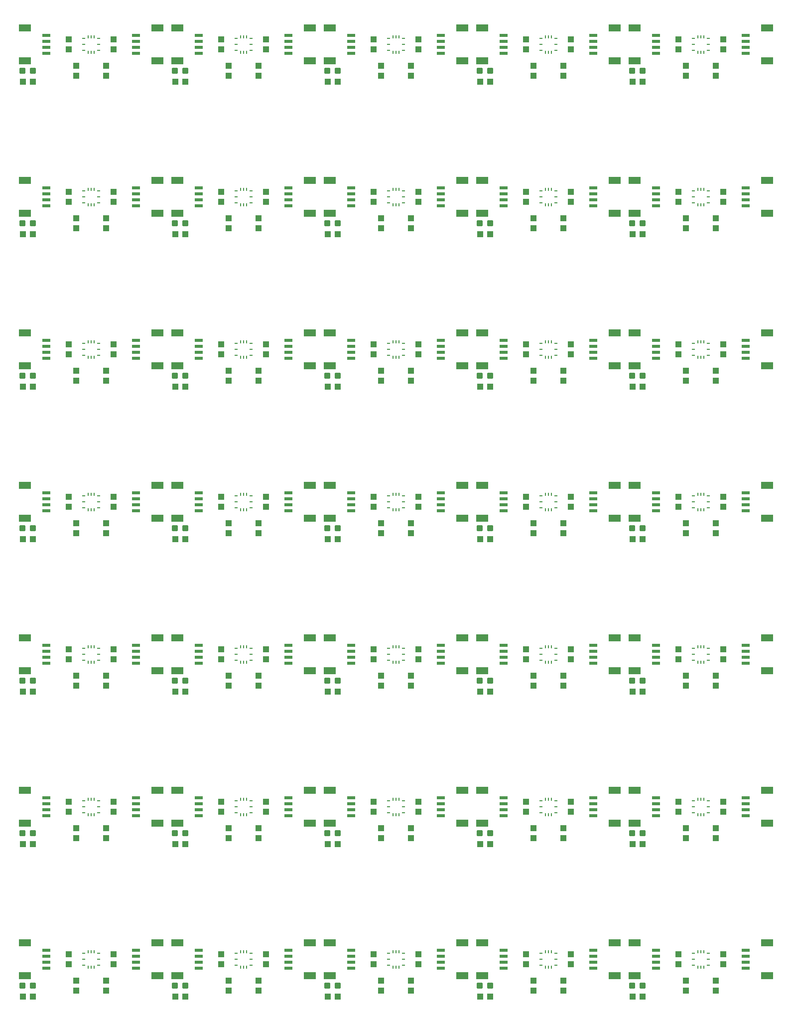
<source format=gtp>
G04 EAGLE Gerber RS-274X export*
G75*
%MOMM*%
%FSLAX34Y34*%
%LPD*%
%INSolderpaste Top*%
%IPPOS*%
%AMOC8*
5,1,8,0,0,1.08239X$1,22.5*%
G01*
%ADD10R,1.000000X1.100000*%
%ADD11C,0.300000*%
%ADD12R,2.000000X1.200000*%
%ADD13R,1.350000X0.600000*%
%ADD14R,1.100000X1.000000*%
%ADD15R,0.500000X0.250000*%
%ADD16R,0.250000X0.500000*%


D10*
X165100Y118500D03*
X165100Y135500D03*
D11*
X24320Y86050D02*
X24320Y79050D01*
X24320Y86050D02*
X31320Y86050D01*
X31320Y79050D01*
X24320Y79050D01*
X24320Y81900D02*
X31320Y81900D01*
X31320Y84750D02*
X24320Y84750D01*
X6780Y86050D02*
X6780Y79050D01*
X6780Y86050D02*
X13780Y86050D01*
X13780Y79050D01*
X6780Y79050D01*
X6780Y81900D02*
X13780Y81900D01*
X13780Y84750D02*
X6780Y84750D01*
D12*
X239950Y99000D03*
X239950Y155000D03*
D13*
X203200Y112000D03*
X203200Y122000D03*
X203200Y132000D03*
X203200Y142000D03*
D12*
X14050Y155000D03*
X14050Y99000D03*
D13*
X50800Y142000D03*
X50800Y132000D03*
X50800Y122000D03*
X50800Y112000D03*
D10*
X152400Y91050D03*
X152400Y74050D03*
X101600Y91050D03*
X101600Y74050D03*
X88900Y118500D03*
X88900Y135500D03*
D14*
X10550Y63500D03*
X27550Y63500D03*
D15*
X114000Y127000D03*
X140000Y127000D03*
D16*
X122000Y114000D03*
X127000Y114000D03*
X132000Y114000D03*
D15*
X140000Y117000D03*
X140000Y137000D03*
D16*
X132000Y140000D03*
X127000Y140000D03*
X122000Y140000D03*
D15*
X114000Y137000D03*
X114000Y117000D03*
D10*
X424180Y118500D03*
X424180Y135500D03*
D11*
X283400Y86050D02*
X283400Y79050D01*
X283400Y86050D02*
X290400Y86050D01*
X290400Y79050D01*
X283400Y79050D01*
X283400Y81900D02*
X290400Y81900D01*
X290400Y84750D02*
X283400Y84750D01*
X265860Y86050D02*
X265860Y79050D01*
X265860Y86050D02*
X272860Y86050D01*
X272860Y79050D01*
X265860Y79050D01*
X265860Y81900D02*
X272860Y81900D01*
X272860Y84750D02*
X265860Y84750D01*
D12*
X499030Y99000D03*
X499030Y155000D03*
D13*
X462280Y112000D03*
X462280Y122000D03*
X462280Y132000D03*
X462280Y142000D03*
D12*
X273130Y155000D03*
X273130Y99000D03*
D13*
X309880Y142000D03*
X309880Y132000D03*
X309880Y122000D03*
X309880Y112000D03*
D10*
X411480Y91050D03*
X411480Y74050D03*
X360680Y91050D03*
X360680Y74050D03*
X347980Y118500D03*
X347980Y135500D03*
D14*
X269630Y63500D03*
X286630Y63500D03*
D15*
X373080Y127000D03*
X399080Y127000D03*
D16*
X381080Y114000D03*
X386080Y114000D03*
X391080Y114000D03*
D15*
X399080Y117000D03*
X399080Y137000D03*
D16*
X391080Y140000D03*
X386080Y140000D03*
X381080Y140000D03*
D15*
X373080Y137000D03*
X373080Y117000D03*
D10*
X683260Y118500D03*
X683260Y135500D03*
D11*
X542480Y86050D02*
X542480Y79050D01*
X542480Y86050D02*
X549480Y86050D01*
X549480Y79050D01*
X542480Y79050D01*
X542480Y81900D02*
X549480Y81900D01*
X549480Y84750D02*
X542480Y84750D01*
X524940Y86050D02*
X524940Y79050D01*
X524940Y86050D02*
X531940Y86050D01*
X531940Y79050D01*
X524940Y79050D01*
X524940Y81900D02*
X531940Y81900D01*
X531940Y84750D02*
X524940Y84750D01*
D12*
X758110Y99000D03*
X758110Y155000D03*
D13*
X721360Y112000D03*
X721360Y122000D03*
X721360Y132000D03*
X721360Y142000D03*
D12*
X532210Y155000D03*
X532210Y99000D03*
D13*
X568960Y142000D03*
X568960Y132000D03*
X568960Y122000D03*
X568960Y112000D03*
D10*
X670560Y91050D03*
X670560Y74050D03*
X619760Y91050D03*
X619760Y74050D03*
X607060Y118500D03*
X607060Y135500D03*
D14*
X528710Y63500D03*
X545710Y63500D03*
D15*
X632160Y127000D03*
X658160Y127000D03*
D16*
X640160Y114000D03*
X645160Y114000D03*
X650160Y114000D03*
D15*
X658160Y117000D03*
X658160Y137000D03*
D16*
X650160Y140000D03*
X645160Y140000D03*
X640160Y140000D03*
D15*
X632160Y137000D03*
X632160Y117000D03*
D10*
X942340Y118500D03*
X942340Y135500D03*
D11*
X801560Y86050D02*
X801560Y79050D01*
X801560Y86050D02*
X808560Y86050D01*
X808560Y79050D01*
X801560Y79050D01*
X801560Y81900D02*
X808560Y81900D01*
X808560Y84750D02*
X801560Y84750D01*
X784020Y86050D02*
X784020Y79050D01*
X784020Y86050D02*
X791020Y86050D01*
X791020Y79050D01*
X784020Y79050D01*
X784020Y81900D02*
X791020Y81900D01*
X791020Y84750D02*
X784020Y84750D01*
D12*
X1017190Y99000D03*
X1017190Y155000D03*
D13*
X980440Y112000D03*
X980440Y122000D03*
X980440Y132000D03*
X980440Y142000D03*
D12*
X791290Y155000D03*
X791290Y99000D03*
D13*
X828040Y142000D03*
X828040Y132000D03*
X828040Y122000D03*
X828040Y112000D03*
D10*
X929640Y91050D03*
X929640Y74050D03*
X878840Y91050D03*
X878840Y74050D03*
X866140Y118500D03*
X866140Y135500D03*
D14*
X787790Y63500D03*
X804790Y63500D03*
D15*
X891240Y127000D03*
X917240Y127000D03*
D16*
X899240Y114000D03*
X904240Y114000D03*
X909240Y114000D03*
D15*
X917240Y117000D03*
X917240Y137000D03*
D16*
X909240Y140000D03*
X904240Y140000D03*
X899240Y140000D03*
D15*
X891240Y137000D03*
X891240Y117000D03*
D10*
X1201420Y118500D03*
X1201420Y135500D03*
D11*
X1060640Y86050D02*
X1060640Y79050D01*
X1060640Y86050D02*
X1067640Y86050D01*
X1067640Y79050D01*
X1060640Y79050D01*
X1060640Y81900D02*
X1067640Y81900D01*
X1067640Y84750D02*
X1060640Y84750D01*
X1043100Y86050D02*
X1043100Y79050D01*
X1043100Y86050D02*
X1050100Y86050D01*
X1050100Y79050D01*
X1043100Y79050D01*
X1043100Y81900D02*
X1050100Y81900D01*
X1050100Y84750D02*
X1043100Y84750D01*
D12*
X1276270Y99000D03*
X1276270Y155000D03*
D13*
X1239520Y112000D03*
X1239520Y122000D03*
X1239520Y132000D03*
X1239520Y142000D03*
D12*
X1050370Y155000D03*
X1050370Y99000D03*
D13*
X1087120Y142000D03*
X1087120Y132000D03*
X1087120Y122000D03*
X1087120Y112000D03*
D10*
X1188720Y91050D03*
X1188720Y74050D03*
X1137920Y91050D03*
X1137920Y74050D03*
X1125220Y118500D03*
X1125220Y135500D03*
D14*
X1046870Y63500D03*
X1063870Y63500D03*
D15*
X1150320Y127000D03*
X1176320Y127000D03*
D16*
X1158320Y114000D03*
X1163320Y114000D03*
X1168320Y114000D03*
D15*
X1176320Y117000D03*
X1176320Y137000D03*
D16*
X1168320Y140000D03*
X1163320Y140000D03*
X1158320Y140000D03*
D15*
X1150320Y137000D03*
X1150320Y117000D03*
D10*
X165100Y377580D03*
X165100Y394580D03*
D11*
X24320Y345130D02*
X24320Y338130D01*
X24320Y345130D02*
X31320Y345130D01*
X31320Y338130D01*
X24320Y338130D01*
X24320Y340980D02*
X31320Y340980D01*
X31320Y343830D02*
X24320Y343830D01*
X6780Y345130D02*
X6780Y338130D01*
X6780Y345130D02*
X13780Y345130D01*
X13780Y338130D01*
X6780Y338130D01*
X6780Y340980D02*
X13780Y340980D01*
X13780Y343830D02*
X6780Y343830D01*
D12*
X239950Y358080D03*
X239950Y414080D03*
D13*
X203200Y371080D03*
X203200Y381080D03*
X203200Y391080D03*
X203200Y401080D03*
D12*
X14050Y414080D03*
X14050Y358080D03*
D13*
X50800Y401080D03*
X50800Y391080D03*
X50800Y381080D03*
X50800Y371080D03*
D10*
X152400Y350130D03*
X152400Y333130D03*
X101600Y350130D03*
X101600Y333130D03*
X88900Y377580D03*
X88900Y394580D03*
D14*
X10550Y322580D03*
X27550Y322580D03*
D15*
X114000Y386080D03*
X140000Y386080D03*
D16*
X122000Y373080D03*
X127000Y373080D03*
X132000Y373080D03*
D15*
X140000Y376080D03*
X140000Y396080D03*
D16*
X132000Y399080D03*
X127000Y399080D03*
X122000Y399080D03*
D15*
X114000Y396080D03*
X114000Y376080D03*
D10*
X424180Y377580D03*
X424180Y394580D03*
D11*
X283400Y345130D02*
X283400Y338130D01*
X283400Y345130D02*
X290400Y345130D01*
X290400Y338130D01*
X283400Y338130D01*
X283400Y340980D02*
X290400Y340980D01*
X290400Y343830D02*
X283400Y343830D01*
X265860Y345130D02*
X265860Y338130D01*
X265860Y345130D02*
X272860Y345130D01*
X272860Y338130D01*
X265860Y338130D01*
X265860Y340980D02*
X272860Y340980D01*
X272860Y343830D02*
X265860Y343830D01*
D12*
X499030Y358080D03*
X499030Y414080D03*
D13*
X462280Y371080D03*
X462280Y381080D03*
X462280Y391080D03*
X462280Y401080D03*
D12*
X273130Y414080D03*
X273130Y358080D03*
D13*
X309880Y401080D03*
X309880Y391080D03*
X309880Y381080D03*
X309880Y371080D03*
D10*
X411480Y350130D03*
X411480Y333130D03*
X360680Y350130D03*
X360680Y333130D03*
X347980Y377580D03*
X347980Y394580D03*
D14*
X269630Y322580D03*
X286630Y322580D03*
D15*
X373080Y386080D03*
X399080Y386080D03*
D16*
X381080Y373080D03*
X386080Y373080D03*
X391080Y373080D03*
D15*
X399080Y376080D03*
X399080Y396080D03*
D16*
X391080Y399080D03*
X386080Y399080D03*
X381080Y399080D03*
D15*
X373080Y396080D03*
X373080Y376080D03*
D10*
X683260Y377580D03*
X683260Y394580D03*
D11*
X542480Y345130D02*
X542480Y338130D01*
X542480Y345130D02*
X549480Y345130D01*
X549480Y338130D01*
X542480Y338130D01*
X542480Y340980D02*
X549480Y340980D01*
X549480Y343830D02*
X542480Y343830D01*
X524940Y345130D02*
X524940Y338130D01*
X524940Y345130D02*
X531940Y345130D01*
X531940Y338130D01*
X524940Y338130D01*
X524940Y340980D02*
X531940Y340980D01*
X531940Y343830D02*
X524940Y343830D01*
D12*
X758110Y358080D03*
X758110Y414080D03*
D13*
X721360Y371080D03*
X721360Y381080D03*
X721360Y391080D03*
X721360Y401080D03*
D12*
X532210Y414080D03*
X532210Y358080D03*
D13*
X568960Y401080D03*
X568960Y391080D03*
X568960Y381080D03*
X568960Y371080D03*
D10*
X670560Y350130D03*
X670560Y333130D03*
X619760Y350130D03*
X619760Y333130D03*
X607060Y377580D03*
X607060Y394580D03*
D14*
X528710Y322580D03*
X545710Y322580D03*
D15*
X632160Y386080D03*
X658160Y386080D03*
D16*
X640160Y373080D03*
X645160Y373080D03*
X650160Y373080D03*
D15*
X658160Y376080D03*
X658160Y396080D03*
D16*
X650160Y399080D03*
X645160Y399080D03*
X640160Y399080D03*
D15*
X632160Y396080D03*
X632160Y376080D03*
D10*
X942340Y377580D03*
X942340Y394580D03*
D11*
X801560Y345130D02*
X801560Y338130D01*
X801560Y345130D02*
X808560Y345130D01*
X808560Y338130D01*
X801560Y338130D01*
X801560Y340980D02*
X808560Y340980D01*
X808560Y343830D02*
X801560Y343830D01*
X784020Y345130D02*
X784020Y338130D01*
X784020Y345130D02*
X791020Y345130D01*
X791020Y338130D01*
X784020Y338130D01*
X784020Y340980D02*
X791020Y340980D01*
X791020Y343830D02*
X784020Y343830D01*
D12*
X1017190Y358080D03*
X1017190Y414080D03*
D13*
X980440Y371080D03*
X980440Y381080D03*
X980440Y391080D03*
X980440Y401080D03*
D12*
X791290Y414080D03*
X791290Y358080D03*
D13*
X828040Y401080D03*
X828040Y391080D03*
X828040Y381080D03*
X828040Y371080D03*
D10*
X929640Y350130D03*
X929640Y333130D03*
X878840Y350130D03*
X878840Y333130D03*
X866140Y377580D03*
X866140Y394580D03*
D14*
X787790Y322580D03*
X804790Y322580D03*
D15*
X891240Y386080D03*
X917240Y386080D03*
D16*
X899240Y373080D03*
X904240Y373080D03*
X909240Y373080D03*
D15*
X917240Y376080D03*
X917240Y396080D03*
D16*
X909240Y399080D03*
X904240Y399080D03*
X899240Y399080D03*
D15*
X891240Y396080D03*
X891240Y376080D03*
D10*
X1201420Y377580D03*
X1201420Y394580D03*
D11*
X1060640Y345130D02*
X1060640Y338130D01*
X1060640Y345130D02*
X1067640Y345130D01*
X1067640Y338130D01*
X1060640Y338130D01*
X1060640Y340980D02*
X1067640Y340980D01*
X1067640Y343830D02*
X1060640Y343830D01*
X1043100Y345130D02*
X1043100Y338130D01*
X1043100Y345130D02*
X1050100Y345130D01*
X1050100Y338130D01*
X1043100Y338130D01*
X1043100Y340980D02*
X1050100Y340980D01*
X1050100Y343830D02*
X1043100Y343830D01*
D12*
X1276270Y358080D03*
X1276270Y414080D03*
D13*
X1239520Y371080D03*
X1239520Y381080D03*
X1239520Y391080D03*
X1239520Y401080D03*
D12*
X1050370Y414080D03*
X1050370Y358080D03*
D13*
X1087120Y401080D03*
X1087120Y391080D03*
X1087120Y381080D03*
X1087120Y371080D03*
D10*
X1188720Y350130D03*
X1188720Y333130D03*
X1137920Y350130D03*
X1137920Y333130D03*
X1125220Y377580D03*
X1125220Y394580D03*
D14*
X1046870Y322580D03*
X1063870Y322580D03*
D15*
X1150320Y386080D03*
X1176320Y386080D03*
D16*
X1158320Y373080D03*
X1163320Y373080D03*
X1168320Y373080D03*
D15*
X1176320Y376080D03*
X1176320Y396080D03*
D16*
X1168320Y399080D03*
X1163320Y399080D03*
X1158320Y399080D03*
D15*
X1150320Y396080D03*
X1150320Y376080D03*
D10*
X165100Y636660D03*
X165100Y653660D03*
D11*
X24320Y604210D02*
X24320Y597210D01*
X24320Y604210D02*
X31320Y604210D01*
X31320Y597210D01*
X24320Y597210D01*
X24320Y600060D02*
X31320Y600060D01*
X31320Y602910D02*
X24320Y602910D01*
X6780Y604210D02*
X6780Y597210D01*
X6780Y604210D02*
X13780Y604210D01*
X13780Y597210D01*
X6780Y597210D01*
X6780Y600060D02*
X13780Y600060D01*
X13780Y602910D02*
X6780Y602910D01*
D12*
X239950Y617160D03*
X239950Y673160D03*
D13*
X203200Y630160D03*
X203200Y640160D03*
X203200Y650160D03*
X203200Y660160D03*
D12*
X14050Y673160D03*
X14050Y617160D03*
D13*
X50800Y660160D03*
X50800Y650160D03*
X50800Y640160D03*
X50800Y630160D03*
D10*
X152400Y609210D03*
X152400Y592210D03*
X101600Y609210D03*
X101600Y592210D03*
X88900Y636660D03*
X88900Y653660D03*
D14*
X10550Y581660D03*
X27550Y581660D03*
D15*
X114000Y645160D03*
X140000Y645160D03*
D16*
X122000Y632160D03*
X127000Y632160D03*
X132000Y632160D03*
D15*
X140000Y635160D03*
X140000Y655160D03*
D16*
X132000Y658160D03*
X127000Y658160D03*
X122000Y658160D03*
D15*
X114000Y655160D03*
X114000Y635160D03*
D10*
X424180Y636660D03*
X424180Y653660D03*
D11*
X283400Y604210D02*
X283400Y597210D01*
X283400Y604210D02*
X290400Y604210D01*
X290400Y597210D01*
X283400Y597210D01*
X283400Y600060D02*
X290400Y600060D01*
X290400Y602910D02*
X283400Y602910D01*
X265860Y604210D02*
X265860Y597210D01*
X265860Y604210D02*
X272860Y604210D01*
X272860Y597210D01*
X265860Y597210D01*
X265860Y600060D02*
X272860Y600060D01*
X272860Y602910D02*
X265860Y602910D01*
D12*
X499030Y617160D03*
X499030Y673160D03*
D13*
X462280Y630160D03*
X462280Y640160D03*
X462280Y650160D03*
X462280Y660160D03*
D12*
X273130Y673160D03*
X273130Y617160D03*
D13*
X309880Y660160D03*
X309880Y650160D03*
X309880Y640160D03*
X309880Y630160D03*
D10*
X411480Y609210D03*
X411480Y592210D03*
X360680Y609210D03*
X360680Y592210D03*
X347980Y636660D03*
X347980Y653660D03*
D14*
X269630Y581660D03*
X286630Y581660D03*
D15*
X373080Y645160D03*
X399080Y645160D03*
D16*
X381080Y632160D03*
X386080Y632160D03*
X391080Y632160D03*
D15*
X399080Y635160D03*
X399080Y655160D03*
D16*
X391080Y658160D03*
X386080Y658160D03*
X381080Y658160D03*
D15*
X373080Y655160D03*
X373080Y635160D03*
D10*
X683260Y636660D03*
X683260Y653660D03*
D11*
X542480Y604210D02*
X542480Y597210D01*
X542480Y604210D02*
X549480Y604210D01*
X549480Y597210D01*
X542480Y597210D01*
X542480Y600060D02*
X549480Y600060D01*
X549480Y602910D02*
X542480Y602910D01*
X524940Y604210D02*
X524940Y597210D01*
X524940Y604210D02*
X531940Y604210D01*
X531940Y597210D01*
X524940Y597210D01*
X524940Y600060D02*
X531940Y600060D01*
X531940Y602910D02*
X524940Y602910D01*
D12*
X758110Y617160D03*
X758110Y673160D03*
D13*
X721360Y630160D03*
X721360Y640160D03*
X721360Y650160D03*
X721360Y660160D03*
D12*
X532210Y673160D03*
X532210Y617160D03*
D13*
X568960Y660160D03*
X568960Y650160D03*
X568960Y640160D03*
X568960Y630160D03*
D10*
X670560Y609210D03*
X670560Y592210D03*
X619760Y609210D03*
X619760Y592210D03*
X607060Y636660D03*
X607060Y653660D03*
D14*
X528710Y581660D03*
X545710Y581660D03*
D15*
X632160Y645160D03*
X658160Y645160D03*
D16*
X640160Y632160D03*
X645160Y632160D03*
X650160Y632160D03*
D15*
X658160Y635160D03*
X658160Y655160D03*
D16*
X650160Y658160D03*
X645160Y658160D03*
X640160Y658160D03*
D15*
X632160Y655160D03*
X632160Y635160D03*
D10*
X942340Y636660D03*
X942340Y653660D03*
D11*
X801560Y604210D02*
X801560Y597210D01*
X801560Y604210D02*
X808560Y604210D01*
X808560Y597210D01*
X801560Y597210D01*
X801560Y600060D02*
X808560Y600060D01*
X808560Y602910D02*
X801560Y602910D01*
X784020Y604210D02*
X784020Y597210D01*
X784020Y604210D02*
X791020Y604210D01*
X791020Y597210D01*
X784020Y597210D01*
X784020Y600060D02*
X791020Y600060D01*
X791020Y602910D02*
X784020Y602910D01*
D12*
X1017190Y617160D03*
X1017190Y673160D03*
D13*
X980440Y630160D03*
X980440Y640160D03*
X980440Y650160D03*
X980440Y660160D03*
D12*
X791290Y673160D03*
X791290Y617160D03*
D13*
X828040Y660160D03*
X828040Y650160D03*
X828040Y640160D03*
X828040Y630160D03*
D10*
X929640Y609210D03*
X929640Y592210D03*
X878840Y609210D03*
X878840Y592210D03*
X866140Y636660D03*
X866140Y653660D03*
D14*
X787790Y581660D03*
X804790Y581660D03*
D15*
X891240Y645160D03*
X917240Y645160D03*
D16*
X899240Y632160D03*
X904240Y632160D03*
X909240Y632160D03*
D15*
X917240Y635160D03*
X917240Y655160D03*
D16*
X909240Y658160D03*
X904240Y658160D03*
X899240Y658160D03*
D15*
X891240Y655160D03*
X891240Y635160D03*
D10*
X1201420Y636660D03*
X1201420Y653660D03*
D11*
X1060640Y604210D02*
X1060640Y597210D01*
X1060640Y604210D02*
X1067640Y604210D01*
X1067640Y597210D01*
X1060640Y597210D01*
X1060640Y600060D02*
X1067640Y600060D01*
X1067640Y602910D02*
X1060640Y602910D01*
X1043100Y604210D02*
X1043100Y597210D01*
X1043100Y604210D02*
X1050100Y604210D01*
X1050100Y597210D01*
X1043100Y597210D01*
X1043100Y600060D02*
X1050100Y600060D01*
X1050100Y602910D02*
X1043100Y602910D01*
D12*
X1276270Y617160D03*
X1276270Y673160D03*
D13*
X1239520Y630160D03*
X1239520Y640160D03*
X1239520Y650160D03*
X1239520Y660160D03*
D12*
X1050370Y673160D03*
X1050370Y617160D03*
D13*
X1087120Y660160D03*
X1087120Y650160D03*
X1087120Y640160D03*
X1087120Y630160D03*
D10*
X1188720Y609210D03*
X1188720Y592210D03*
X1137920Y609210D03*
X1137920Y592210D03*
X1125220Y636660D03*
X1125220Y653660D03*
D14*
X1046870Y581660D03*
X1063870Y581660D03*
D15*
X1150320Y645160D03*
X1176320Y645160D03*
D16*
X1158320Y632160D03*
X1163320Y632160D03*
X1168320Y632160D03*
D15*
X1176320Y635160D03*
X1176320Y655160D03*
D16*
X1168320Y658160D03*
X1163320Y658160D03*
X1158320Y658160D03*
D15*
X1150320Y655160D03*
X1150320Y635160D03*
D10*
X165100Y895740D03*
X165100Y912740D03*
D11*
X24320Y863290D02*
X24320Y856290D01*
X24320Y863290D02*
X31320Y863290D01*
X31320Y856290D01*
X24320Y856290D01*
X24320Y859140D02*
X31320Y859140D01*
X31320Y861990D02*
X24320Y861990D01*
X6780Y863290D02*
X6780Y856290D01*
X6780Y863290D02*
X13780Y863290D01*
X13780Y856290D01*
X6780Y856290D01*
X6780Y859140D02*
X13780Y859140D01*
X13780Y861990D02*
X6780Y861990D01*
D12*
X239950Y876240D03*
X239950Y932240D03*
D13*
X203200Y889240D03*
X203200Y899240D03*
X203200Y909240D03*
X203200Y919240D03*
D12*
X14050Y932240D03*
X14050Y876240D03*
D13*
X50800Y919240D03*
X50800Y909240D03*
X50800Y899240D03*
X50800Y889240D03*
D10*
X152400Y868290D03*
X152400Y851290D03*
X101600Y868290D03*
X101600Y851290D03*
X88900Y895740D03*
X88900Y912740D03*
D14*
X10550Y840740D03*
X27550Y840740D03*
D15*
X114000Y904240D03*
X140000Y904240D03*
D16*
X122000Y891240D03*
X127000Y891240D03*
X132000Y891240D03*
D15*
X140000Y894240D03*
X140000Y914240D03*
D16*
X132000Y917240D03*
X127000Y917240D03*
X122000Y917240D03*
D15*
X114000Y914240D03*
X114000Y894240D03*
D10*
X424180Y895740D03*
X424180Y912740D03*
D11*
X283400Y863290D02*
X283400Y856290D01*
X283400Y863290D02*
X290400Y863290D01*
X290400Y856290D01*
X283400Y856290D01*
X283400Y859140D02*
X290400Y859140D01*
X290400Y861990D02*
X283400Y861990D01*
X265860Y863290D02*
X265860Y856290D01*
X265860Y863290D02*
X272860Y863290D01*
X272860Y856290D01*
X265860Y856290D01*
X265860Y859140D02*
X272860Y859140D01*
X272860Y861990D02*
X265860Y861990D01*
D12*
X499030Y876240D03*
X499030Y932240D03*
D13*
X462280Y889240D03*
X462280Y899240D03*
X462280Y909240D03*
X462280Y919240D03*
D12*
X273130Y932240D03*
X273130Y876240D03*
D13*
X309880Y919240D03*
X309880Y909240D03*
X309880Y899240D03*
X309880Y889240D03*
D10*
X411480Y868290D03*
X411480Y851290D03*
X360680Y868290D03*
X360680Y851290D03*
X347980Y895740D03*
X347980Y912740D03*
D14*
X269630Y840740D03*
X286630Y840740D03*
D15*
X373080Y904240D03*
X399080Y904240D03*
D16*
X381080Y891240D03*
X386080Y891240D03*
X391080Y891240D03*
D15*
X399080Y894240D03*
X399080Y914240D03*
D16*
X391080Y917240D03*
X386080Y917240D03*
X381080Y917240D03*
D15*
X373080Y914240D03*
X373080Y894240D03*
D10*
X683260Y895740D03*
X683260Y912740D03*
D11*
X542480Y863290D02*
X542480Y856290D01*
X542480Y863290D02*
X549480Y863290D01*
X549480Y856290D01*
X542480Y856290D01*
X542480Y859140D02*
X549480Y859140D01*
X549480Y861990D02*
X542480Y861990D01*
X524940Y863290D02*
X524940Y856290D01*
X524940Y863290D02*
X531940Y863290D01*
X531940Y856290D01*
X524940Y856290D01*
X524940Y859140D02*
X531940Y859140D01*
X531940Y861990D02*
X524940Y861990D01*
D12*
X758110Y876240D03*
X758110Y932240D03*
D13*
X721360Y889240D03*
X721360Y899240D03*
X721360Y909240D03*
X721360Y919240D03*
D12*
X532210Y932240D03*
X532210Y876240D03*
D13*
X568960Y919240D03*
X568960Y909240D03*
X568960Y899240D03*
X568960Y889240D03*
D10*
X670560Y868290D03*
X670560Y851290D03*
X619760Y868290D03*
X619760Y851290D03*
X607060Y895740D03*
X607060Y912740D03*
D14*
X528710Y840740D03*
X545710Y840740D03*
D15*
X632160Y904240D03*
X658160Y904240D03*
D16*
X640160Y891240D03*
X645160Y891240D03*
X650160Y891240D03*
D15*
X658160Y894240D03*
X658160Y914240D03*
D16*
X650160Y917240D03*
X645160Y917240D03*
X640160Y917240D03*
D15*
X632160Y914240D03*
X632160Y894240D03*
D10*
X942340Y895740D03*
X942340Y912740D03*
D11*
X801560Y863290D02*
X801560Y856290D01*
X801560Y863290D02*
X808560Y863290D01*
X808560Y856290D01*
X801560Y856290D01*
X801560Y859140D02*
X808560Y859140D01*
X808560Y861990D02*
X801560Y861990D01*
X784020Y863290D02*
X784020Y856290D01*
X784020Y863290D02*
X791020Y863290D01*
X791020Y856290D01*
X784020Y856290D01*
X784020Y859140D02*
X791020Y859140D01*
X791020Y861990D02*
X784020Y861990D01*
D12*
X1017190Y876240D03*
X1017190Y932240D03*
D13*
X980440Y889240D03*
X980440Y899240D03*
X980440Y909240D03*
X980440Y919240D03*
D12*
X791290Y932240D03*
X791290Y876240D03*
D13*
X828040Y919240D03*
X828040Y909240D03*
X828040Y899240D03*
X828040Y889240D03*
D10*
X929640Y868290D03*
X929640Y851290D03*
X878840Y868290D03*
X878840Y851290D03*
X866140Y895740D03*
X866140Y912740D03*
D14*
X787790Y840740D03*
X804790Y840740D03*
D15*
X891240Y904240D03*
X917240Y904240D03*
D16*
X899240Y891240D03*
X904240Y891240D03*
X909240Y891240D03*
D15*
X917240Y894240D03*
X917240Y914240D03*
D16*
X909240Y917240D03*
X904240Y917240D03*
X899240Y917240D03*
D15*
X891240Y914240D03*
X891240Y894240D03*
D10*
X1201420Y895740D03*
X1201420Y912740D03*
D11*
X1060640Y863290D02*
X1060640Y856290D01*
X1060640Y863290D02*
X1067640Y863290D01*
X1067640Y856290D01*
X1060640Y856290D01*
X1060640Y859140D02*
X1067640Y859140D01*
X1067640Y861990D02*
X1060640Y861990D01*
X1043100Y863290D02*
X1043100Y856290D01*
X1043100Y863290D02*
X1050100Y863290D01*
X1050100Y856290D01*
X1043100Y856290D01*
X1043100Y859140D02*
X1050100Y859140D01*
X1050100Y861990D02*
X1043100Y861990D01*
D12*
X1276270Y876240D03*
X1276270Y932240D03*
D13*
X1239520Y889240D03*
X1239520Y899240D03*
X1239520Y909240D03*
X1239520Y919240D03*
D12*
X1050370Y932240D03*
X1050370Y876240D03*
D13*
X1087120Y919240D03*
X1087120Y909240D03*
X1087120Y899240D03*
X1087120Y889240D03*
D10*
X1188720Y868290D03*
X1188720Y851290D03*
X1137920Y868290D03*
X1137920Y851290D03*
X1125220Y895740D03*
X1125220Y912740D03*
D14*
X1046870Y840740D03*
X1063870Y840740D03*
D15*
X1150320Y904240D03*
X1176320Y904240D03*
D16*
X1158320Y891240D03*
X1163320Y891240D03*
X1168320Y891240D03*
D15*
X1176320Y894240D03*
X1176320Y914240D03*
D16*
X1168320Y917240D03*
X1163320Y917240D03*
X1158320Y917240D03*
D15*
X1150320Y914240D03*
X1150320Y894240D03*
D10*
X165100Y1154820D03*
X165100Y1171820D03*
D11*
X24320Y1122370D02*
X24320Y1115370D01*
X24320Y1122370D02*
X31320Y1122370D01*
X31320Y1115370D01*
X24320Y1115370D01*
X24320Y1118220D02*
X31320Y1118220D01*
X31320Y1121070D02*
X24320Y1121070D01*
X6780Y1122370D02*
X6780Y1115370D01*
X6780Y1122370D02*
X13780Y1122370D01*
X13780Y1115370D01*
X6780Y1115370D01*
X6780Y1118220D02*
X13780Y1118220D01*
X13780Y1121070D02*
X6780Y1121070D01*
D12*
X239950Y1135320D03*
X239950Y1191320D03*
D13*
X203200Y1148320D03*
X203200Y1158320D03*
X203200Y1168320D03*
X203200Y1178320D03*
D12*
X14050Y1191320D03*
X14050Y1135320D03*
D13*
X50800Y1178320D03*
X50800Y1168320D03*
X50800Y1158320D03*
X50800Y1148320D03*
D10*
X152400Y1127370D03*
X152400Y1110370D03*
X101600Y1127370D03*
X101600Y1110370D03*
X88900Y1154820D03*
X88900Y1171820D03*
D14*
X10550Y1099820D03*
X27550Y1099820D03*
D15*
X114000Y1163320D03*
X140000Y1163320D03*
D16*
X122000Y1150320D03*
X127000Y1150320D03*
X132000Y1150320D03*
D15*
X140000Y1153320D03*
X140000Y1173320D03*
D16*
X132000Y1176320D03*
X127000Y1176320D03*
X122000Y1176320D03*
D15*
X114000Y1173320D03*
X114000Y1153320D03*
D10*
X424180Y1154820D03*
X424180Y1171820D03*
D11*
X283400Y1122370D02*
X283400Y1115370D01*
X283400Y1122370D02*
X290400Y1122370D01*
X290400Y1115370D01*
X283400Y1115370D01*
X283400Y1118220D02*
X290400Y1118220D01*
X290400Y1121070D02*
X283400Y1121070D01*
X265860Y1122370D02*
X265860Y1115370D01*
X265860Y1122370D02*
X272860Y1122370D01*
X272860Y1115370D01*
X265860Y1115370D01*
X265860Y1118220D02*
X272860Y1118220D01*
X272860Y1121070D02*
X265860Y1121070D01*
D12*
X499030Y1135320D03*
X499030Y1191320D03*
D13*
X462280Y1148320D03*
X462280Y1158320D03*
X462280Y1168320D03*
X462280Y1178320D03*
D12*
X273130Y1191320D03*
X273130Y1135320D03*
D13*
X309880Y1178320D03*
X309880Y1168320D03*
X309880Y1158320D03*
X309880Y1148320D03*
D10*
X411480Y1127370D03*
X411480Y1110370D03*
X360680Y1127370D03*
X360680Y1110370D03*
X347980Y1154820D03*
X347980Y1171820D03*
D14*
X269630Y1099820D03*
X286630Y1099820D03*
D15*
X373080Y1163320D03*
X399080Y1163320D03*
D16*
X381080Y1150320D03*
X386080Y1150320D03*
X391080Y1150320D03*
D15*
X399080Y1153320D03*
X399080Y1173320D03*
D16*
X391080Y1176320D03*
X386080Y1176320D03*
X381080Y1176320D03*
D15*
X373080Y1173320D03*
X373080Y1153320D03*
D10*
X683260Y1154820D03*
X683260Y1171820D03*
D11*
X542480Y1122370D02*
X542480Y1115370D01*
X542480Y1122370D02*
X549480Y1122370D01*
X549480Y1115370D01*
X542480Y1115370D01*
X542480Y1118220D02*
X549480Y1118220D01*
X549480Y1121070D02*
X542480Y1121070D01*
X524940Y1122370D02*
X524940Y1115370D01*
X524940Y1122370D02*
X531940Y1122370D01*
X531940Y1115370D01*
X524940Y1115370D01*
X524940Y1118220D02*
X531940Y1118220D01*
X531940Y1121070D02*
X524940Y1121070D01*
D12*
X758110Y1135320D03*
X758110Y1191320D03*
D13*
X721360Y1148320D03*
X721360Y1158320D03*
X721360Y1168320D03*
X721360Y1178320D03*
D12*
X532210Y1191320D03*
X532210Y1135320D03*
D13*
X568960Y1178320D03*
X568960Y1168320D03*
X568960Y1158320D03*
X568960Y1148320D03*
D10*
X670560Y1127370D03*
X670560Y1110370D03*
X619760Y1127370D03*
X619760Y1110370D03*
X607060Y1154820D03*
X607060Y1171820D03*
D14*
X528710Y1099820D03*
X545710Y1099820D03*
D15*
X632160Y1163320D03*
X658160Y1163320D03*
D16*
X640160Y1150320D03*
X645160Y1150320D03*
X650160Y1150320D03*
D15*
X658160Y1153320D03*
X658160Y1173320D03*
D16*
X650160Y1176320D03*
X645160Y1176320D03*
X640160Y1176320D03*
D15*
X632160Y1173320D03*
X632160Y1153320D03*
D10*
X942340Y1154820D03*
X942340Y1171820D03*
D11*
X801560Y1122370D02*
X801560Y1115370D01*
X801560Y1122370D02*
X808560Y1122370D01*
X808560Y1115370D01*
X801560Y1115370D01*
X801560Y1118220D02*
X808560Y1118220D01*
X808560Y1121070D02*
X801560Y1121070D01*
X784020Y1122370D02*
X784020Y1115370D01*
X784020Y1122370D02*
X791020Y1122370D01*
X791020Y1115370D01*
X784020Y1115370D01*
X784020Y1118220D02*
X791020Y1118220D01*
X791020Y1121070D02*
X784020Y1121070D01*
D12*
X1017190Y1135320D03*
X1017190Y1191320D03*
D13*
X980440Y1148320D03*
X980440Y1158320D03*
X980440Y1168320D03*
X980440Y1178320D03*
D12*
X791290Y1191320D03*
X791290Y1135320D03*
D13*
X828040Y1178320D03*
X828040Y1168320D03*
X828040Y1158320D03*
X828040Y1148320D03*
D10*
X929640Y1127370D03*
X929640Y1110370D03*
X878840Y1127370D03*
X878840Y1110370D03*
X866140Y1154820D03*
X866140Y1171820D03*
D14*
X787790Y1099820D03*
X804790Y1099820D03*
D15*
X891240Y1163320D03*
X917240Y1163320D03*
D16*
X899240Y1150320D03*
X904240Y1150320D03*
X909240Y1150320D03*
D15*
X917240Y1153320D03*
X917240Y1173320D03*
D16*
X909240Y1176320D03*
X904240Y1176320D03*
X899240Y1176320D03*
D15*
X891240Y1173320D03*
X891240Y1153320D03*
D10*
X1201420Y1154820D03*
X1201420Y1171820D03*
D11*
X1060640Y1122370D02*
X1060640Y1115370D01*
X1060640Y1122370D02*
X1067640Y1122370D01*
X1067640Y1115370D01*
X1060640Y1115370D01*
X1060640Y1118220D02*
X1067640Y1118220D01*
X1067640Y1121070D02*
X1060640Y1121070D01*
X1043100Y1122370D02*
X1043100Y1115370D01*
X1043100Y1122370D02*
X1050100Y1122370D01*
X1050100Y1115370D01*
X1043100Y1115370D01*
X1043100Y1118220D02*
X1050100Y1118220D01*
X1050100Y1121070D02*
X1043100Y1121070D01*
D12*
X1276270Y1135320D03*
X1276270Y1191320D03*
D13*
X1239520Y1148320D03*
X1239520Y1158320D03*
X1239520Y1168320D03*
X1239520Y1178320D03*
D12*
X1050370Y1191320D03*
X1050370Y1135320D03*
D13*
X1087120Y1178320D03*
X1087120Y1168320D03*
X1087120Y1158320D03*
X1087120Y1148320D03*
D10*
X1188720Y1127370D03*
X1188720Y1110370D03*
X1137920Y1127370D03*
X1137920Y1110370D03*
X1125220Y1154820D03*
X1125220Y1171820D03*
D14*
X1046870Y1099820D03*
X1063870Y1099820D03*
D15*
X1150320Y1163320D03*
X1176320Y1163320D03*
D16*
X1158320Y1150320D03*
X1163320Y1150320D03*
X1168320Y1150320D03*
D15*
X1176320Y1153320D03*
X1176320Y1173320D03*
D16*
X1168320Y1176320D03*
X1163320Y1176320D03*
X1158320Y1176320D03*
D15*
X1150320Y1173320D03*
X1150320Y1153320D03*
D10*
X165100Y1413900D03*
X165100Y1430900D03*
D11*
X24320Y1381450D02*
X24320Y1374450D01*
X24320Y1381450D02*
X31320Y1381450D01*
X31320Y1374450D01*
X24320Y1374450D01*
X24320Y1377300D02*
X31320Y1377300D01*
X31320Y1380150D02*
X24320Y1380150D01*
X6780Y1381450D02*
X6780Y1374450D01*
X6780Y1381450D02*
X13780Y1381450D01*
X13780Y1374450D01*
X6780Y1374450D01*
X6780Y1377300D02*
X13780Y1377300D01*
X13780Y1380150D02*
X6780Y1380150D01*
D12*
X239950Y1394400D03*
X239950Y1450400D03*
D13*
X203200Y1407400D03*
X203200Y1417400D03*
X203200Y1427400D03*
X203200Y1437400D03*
D12*
X14050Y1450400D03*
X14050Y1394400D03*
D13*
X50800Y1437400D03*
X50800Y1427400D03*
X50800Y1417400D03*
X50800Y1407400D03*
D10*
X152400Y1386450D03*
X152400Y1369450D03*
X101600Y1386450D03*
X101600Y1369450D03*
X88900Y1413900D03*
X88900Y1430900D03*
D14*
X10550Y1358900D03*
X27550Y1358900D03*
D15*
X114000Y1422400D03*
X140000Y1422400D03*
D16*
X122000Y1409400D03*
X127000Y1409400D03*
X132000Y1409400D03*
D15*
X140000Y1412400D03*
X140000Y1432400D03*
D16*
X132000Y1435400D03*
X127000Y1435400D03*
X122000Y1435400D03*
D15*
X114000Y1432400D03*
X114000Y1412400D03*
D10*
X424180Y1413900D03*
X424180Y1430900D03*
D11*
X283400Y1381450D02*
X283400Y1374450D01*
X283400Y1381450D02*
X290400Y1381450D01*
X290400Y1374450D01*
X283400Y1374450D01*
X283400Y1377300D02*
X290400Y1377300D01*
X290400Y1380150D02*
X283400Y1380150D01*
X265860Y1381450D02*
X265860Y1374450D01*
X265860Y1381450D02*
X272860Y1381450D01*
X272860Y1374450D01*
X265860Y1374450D01*
X265860Y1377300D02*
X272860Y1377300D01*
X272860Y1380150D02*
X265860Y1380150D01*
D12*
X499030Y1394400D03*
X499030Y1450400D03*
D13*
X462280Y1407400D03*
X462280Y1417400D03*
X462280Y1427400D03*
X462280Y1437400D03*
D12*
X273130Y1450400D03*
X273130Y1394400D03*
D13*
X309880Y1437400D03*
X309880Y1427400D03*
X309880Y1417400D03*
X309880Y1407400D03*
D10*
X411480Y1386450D03*
X411480Y1369450D03*
X360680Y1386450D03*
X360680Y1369450D03*
X347980Y1413900D03*
X347980Y1430900D03*
D14*
X269630Y1358900D03*
X286630Y1358900D03*
D15*
X373080Y1422400D03*
X399080Y1422400D03*
D16*
X381080Y1409400D03*
X386080Y1409400D03*
X391080Y1409400D03*
D15*
X399080Y1412400D03*
X399080Y1432400D03*
D16*
X391080Y1435400D03*
X386080Y1435400D03*
X381080Y1435400D03*
D15*
X373080Y1432400D03*
X373080Y1412400D03*
D10*
X683260Y1413900D03*
X683260Y1430900D03*
D11*
X542480Y1381450D02*
X542480Y1374450D01*
X542480Y1381450D02*
X549480Y1381450D01*
X549480Y1374450D01*
X542480Y1374450D01*
X542480Y1377300D02*
X549480Y1377300D01*
X549480Y1380150D02*
X542480Y1380150D01*
X524940Y1381450D02*
X524940Y1374450D01*
X524940Y1381450D02*
X531940Y1381450D01*
X531940Y1374450D01*
X524940Y1374450D01*
X524940Y1377300D02*
X531940Y1377300D01*
X531940Y1380150D02*
X524940Y1380150D01*
D12*
X758110Y1394400D03*
X758110Y1450400D03*
D13*
X721360Y1407400D03*
X721360Y1417400D03*
X721360Y1427400D03*
X721360Y1437400D03*
D12*
X532210Y1450400D03*
X532210Y1394400D03*
D13*
X568960Y1437400D03*
X568960Y1427400D03*
X568960Y1417400D03*
X568960Y1407400D03*
D10*
X670560Y1386450D03*
X670560Y1369450D03*
X619760Y1386450D03*
X619760Y1369450D03*
X607060Y1413900D03*
X607060Y1430900D03*
D14*
X528710Y1358900D03*
X545710Y1358900D03*
D15*
X632160Y1422400D03*
X658160Y1422400D03*
D16*
X640160Y1409400D03*
X645160Y1409400D03*
X650160Y1409400D03*
D15*
X658160Y1412400D03*
X658160Y1432400D03*
D16*
X650160Y1435400D03*
X645160Y1435400D03*
X640160Y1435400D03*
D15*
X632160Y1432400D03*
X632160Y1412400D03*
D10*
X942340Y1413900D03*
X942340Y1430900D03*
D11*
X801560Y1381450D02*
X801560Y1374450D01*
X801560Y1381450D02*
X808560Y1381450D01*
X808560Y1374450D01*
X801560Y1374450D01*
X801560Y1377300D02*
X808560Y1377300D01*
X808560Y1380150D02*
X801560Y1380150D01*
X784020Y1381450D02*
X784020Y1374450D01*
X784020Y1381450D02*
X791020Y1381450D01*
X791020Y1374450D01*
X784020Y1374450D01*
X784020Y1377300D02*
X791020Y1377300D01*
X791020Y1380150D02*
X784020Y1380150D01*
D12*
X1017190Y1394400D03*
X1017190Y1450400D03*
D13*
X980440Y1407400D03*
X980440Y1417400D03*
X980440Y1427400D03*
X980440Y1437400D03*
D12*
X791290Y1450400D03*
X791290Y1394400D03*
D13*
X828040Y1437400D03*
X828040Y1427400D03*
X828040Y1417400D03*
X828040Y1407400D03*
D10*
X929640Y1386450D03*
X929640Y1369450D03*
X878840Y1386450D03*
X878840Y1369450D03*
X866140Y1413900D03*
X866140Y1430900D03*
D14*
X787790Y1358900D03*
X804790Y1358900D03*
D15*
X891240Y1422400D03*
X917240Y1422400D03*
D16*
X899240Y1409400D03*
X904240Y1409400D03*
X909240Y1409400D03*
D15*
X917240Y1412400D03*
X917240Y1432400D03*
D16*
X909240Y1435400D03*
X904240Y1435400D03*
X899240Y1435400D03*
D15*
X891240Y1432400D03*
X891240Y1412400D03*
D10*
X1201420Y1413900D03*
X1201420Y1430900D03*
D11*
X1060640Y1381450D02*
X1060640Y1374450D01*
X1060640Y1381450D02*
X1067640Y1381450D01*
X1067640Y1374450D01*
X1060640Y1374450D01*
X1060640Y1377300D02*
X1067640Y1377300D01*
X1067640Y1380150D02*
X1060640Y1380150D01*
X1043100Y1381450D02*
X1043100Y1374450D01*
X1043100Y1381450D02*
X1050100Y1381450D01*
X1050100Y1374450D01*
X1043100Y1374450D01*
X1043100Y1377300D02*
X1050100Y1377300D01*
X1050100Y1380150D02*
X1043100Y1380150D01*
D12*
X1276270Y1394400D03*
X1276270Y1450400D03*
D13*
X1239520Y1407400D03*
X1239520Y1417400D03*
X1239520Y1427400D03*
X1239520Y1437400D03*
D12*
X1050370Y1450400D03*
X1050370Y1394400D03*
D13*
X1087120Y1437400D03*
X1087120Y1427400D03*
X1087120Y1417400D03*
X1087120Y1407400D03*
D10*
X1188720Y1386450D03*
X1188720Y1369450D03*
X1137920Y1386450D03*
X1137920Y1369450D03*
X1125220Y1413900D03*
X1125220Y1430900D03*
D14*
X1046870Y1358900D03*
X1063870Y1358900D03*
D15*
X1150320Y1422400D03*
X1176320Y1422400D03*
D16*
X1158320Y1409400D03*
X1163320Y1409400D03*
X1168320Y1409400D03*
D15*
X1176320Y1412400D03*
X1176320Y1432400D03*
D16*
X1168320Y1435400D03*
X1163320Y1435400D03*
X1158320Y1435400D03*
D15*
X1150320Y1432400D03*
X1150320Y1412400D03*
D10*
X165100Y1672980D03*
X165100Y1689980D03*
D11*
X24320Y1640530D02*
X24320Y1633530D01*
X24320Y1640530D02*
X31320Y1640530D01*
X31320Y1633530D01*
X24320Y1633530D01*
X24320Y1636380D02*
X31320Y1636380D01*
X31320Y1639230D02*
X24320Y1639230D01*
X6780Y1640530D02*
X6780Y1633530D01*
X6780Y1640530D02*
X13780Y1640530D01*
X13780Y1633530D01*
X6780Y1633530D01*
X6780Y1636380D02*
X13780Y1636380D01*
X13780Y1639230D02*
X6780Y1639230D01*
D12*
X239950Y1653480D03*
X239950Y1709480D03*
D13*
X203200Y1666480D03*
X203200Y1676480D03*
X203200Y1686480D03*
X203200Y1696480D03*
D12*
X14050Y1709480D03*
X14050Y1653480D03*
D13*
X50800Y1696480D03*
X50800Y1686480D03*
X50800Y1676480D03*
X50800Y1666480D03*
D10*
X152400Y1645530D03*
X152400Y1628530D03*
X101600Y1645530D03*
X101600Y1628530D03*
X88900Y1672980D03*
X88900Y1689980D03*
D14*
X10550Y1617980D03*
X27550Y1617980D03*
D15*
X114000Y1681480D03*
X140000Y1681480D03*
D16*
X122000Y1668480D03*
X127000Y1668480D03*
X132000Y1668480D03*
D15*
X140000Y1671480D03*
X140000Y1691480D03*
D16*
X132000Y1694480D03*
X127000Y1694480D03*
X122000Y1694480D03*
D15*
X114000Y1691480D03*
X114000Y1671480D03*
D10*
X424180Y1672980D03*
X424180Y1689980D03*
D11*
X283400Y1640530D02*
X283400Y1633530D01*
X283400Y1640530D02*
X290400Y1640530D01*
X290400Y1633530D01*
X283400Y1633530D01*
X283400Y1636380D02*
X290400Y1636380D01*
X290400Y1639230D02*
X283400Y1639230D01*
X265860Y1640530D02*
X265860Y1633530D01*
X265860Y1640530D02*
X272860Y1640530D01*
X272860Y1633530D01*
X265860Y1633530D01*
X265860Y1636380D02*
X272860Y1636380D01*
X272860Y1639230D02*
X265860Y1639230D01*
D12*
X499030Y1653480D03*
X499030Y1709480D03*
D13*
X462280Y1666480D03*
X462280Y1676480D03*
X462280Y1686480D03*
X462280Y1696480D03*
D12*
X273130Y1709480D03*
X273130Y1653480D03*
D13*
X309880Y1696480D03*
X309880Y1686480D03*
X309880Y1676480D03*
X309880Y1666480D03*
D10*
X411480Y1645530D03*
X411480Y1628530D03*
X360680Y1645530D03*
X360680Y1628530D03*
X347980Y1672980D03*
X347980Y1689980D03*
D14*
X269630Y1617980D03*
X286630Y1617980D03*
D15*
X373080Y1681480D03*
X399080Y1681480D03*
D16*
X381080Y1668480D03*
X386080Y1668480D03*
X391080Y1668480D03*
D15*
X399080Y1671480D03*
X399080Y1691480D03*
D16*
X391080Y1694480D03*
X386080Y1694480D03*
X381080Y1694480D03*
D15*
X373080Y1691480D03*
X373080Y1671480D03*
D10*
X683260Y1672980D03*
X683260Y1689980D03*
D11*
X542480Y1640530D02*
X542480Y1633530D01*
X542480Y1640530D02*
X549480Y1640530D01*
X549480Y1633530D01*
X542480Y1633530D01*
X542480Y1636380D02*
X549480Y1636380D01*
X549480Y1639230D02*
X542480Y1639230D01*
X524940Y1640530D02*
X524940Y1633530D01*
X524940Y1640530D02*
X531940Y1640530D01*
X531940Y1633530D01*
X524940Y1633530D01*
X524940Y1636380D02*
X531940Y1636380D01*
X531940Y1639230D02*
X524940Y1639230D01*
D12*
X758110Y1653480D03*
X758110Y1709480D03*
D13*
X721360Y1666480D03*
X721360Y1676480D03*
X721360Y1686480D03*
X721360Y1696480D03*
D12*
X532210Y1709480D03*
X532210Y1653480D03*
D13*
X568960Y1696480D03*
X568960Y1686480D03*
X568960Y1676480D03*
X568960Y1666480D03*
D10*
X670560Y1645530D03*
X670560Y1628530D03*
X619760Y1645530D03*
X619760Y1628530D03*
X607060Y1672980D03*
X607060Y1689980D03*
D14*
X528710Y1617980D03*
X545710Y1617980D03*
D15*
X632160Y1681480D03*
X658160Y1681480D03*
D16*
X640160Y1668480D03*
X645160Y1668480D03*
X650160Y1668480D03*
D15*
X658160Y1671480D03*
X658160Y1691480D03*
D16*
X650160Y1694480D03*
X645160Y1694480D03*
X640160Y1694480D03*
D15*
X632160Y1691480D03*
X632160Y1671480D03*
D10*
X942340Y1672980D03*
X942340Y1689980D03*
D11*
X801560Y1640530D02*
X801560Y1633530D01*
X801560Y1640530D02*
X808560Y1640530D01*
X808560Y1633530D01*
X801560Y1633530D01*
X801560Y1636380D02*
X808560Y1636380D01*
X808560Y1639230D02*
X801560Y1639230D01*
X784020Y1640530D02*
X784020Y1633530D01*
X784020Y1640530D02*
X791020Y1640530D01*
X791020Y1633530D01*
X784020Y1633530D01*
X784020Y1636380D02*
X791020Y1636380D01*
X791020Y1639230D02*
X784020Y1639230D01*
D12*
X1017190Y1653480D03*
X1017190Y1709480D03*
D13*
X980440Y1666480D03*
X980440Y1676480D03*
X980440Y1686480D03*
X980440Y1696480D03*
D12*
X791290Y1709480D03*
X791290Y1653480D03*
D13*
X828040Y1696480D03*
X828040Y1686480D03*
X828040Y1676480D03*
X828040Y1666480D03*
D10*
X929640Y1645530D03*
X929640Y1628530D03*
X878840Y1645530D03*
X878840Y1628530D03*
X866140Y1672980D03*
X866140Y1689980D03*
D14*
X787790Y1617980D03*
X804790Y1617980D03*
D15*
X891240Y1681480D03*
X917240Y1681480D03*
D16*
X899240Y1668480D03*
X904240Y1668480D03*
X909240Y1668480D03*
D15*
X917240Y1671480D03*
X917240Y1691480D03*
D16*
X909240Y1694480D03*
X904240Y1694480D03*
X899240Y1694480D03*
D15*
X891240Y1691480D03*
X891240Y1671480D03*
D10*
X1201420Y1672980D03*
X1201420Y1689980D03*
D11*
X1060640Y1640530D02*
X1060640Y1633530D01*
X1060640Y1640530D02*
X1067640Y1640530D01*
X1067640Y1633530D01*
X1060640Y1633530D01*
X1060640Y1636380D02*
X1067640Y1636380D01*
X1067640Y1639230D02*
X1060640Y1639230D01*
X1043100Y1640530D02*
X1043100Y1633530D01*
X1043100Y1640530D02*
X1050100Y1640530D01*
X1050100Y1633530D01*
X1043100Y1633530D01*
X1043100Y1636380D02*
X1050100Y1636380D01*
X1050100Y1639230D02*
X1043100Y1639230D01*
D12*
X1276270Y1653480D03*
X1276270Y1709480D03*
D13*
X1239520Y1666480D03*
X1239520Y1676480D03*
X1239520Y1686480D03*
X1239520Y1696480D03*
D12*
X1050370Y1709480D03*
X1050370Y1653480D03*
D13*
X1087120Y1696480D03*
X1087120Y1686480D03*
X1087120Y1676480D03*
X1087120Y1666480D03*
D10*
X1188720Y1645530D03*
X1188720Y1628530D03*
X1137920Y1645530D03*
X1137920Y1628530D03*
X1125220Y1672980D03*
X1125220Y1689980D03*
D14*
X1046870Y1617980D03*
X1063870Y1617980D03*
D15*
X1150320Y1681480D03*
X1176320Y1681480D03*
D16*
X1158320Y1668480D03*
X1163320Y1668480D03*
X1168320Y1668480D03*
D15*
X1176320Y1671480D03*
X1176320Y1691480D03*
D16*
X1168320Y1694480D03*
X1163320Y1694480D03*
X1158320Y1694480D03*
D15*
X1150320Y1691480D03*
X1150320Y1671480D03*
M02*

</source>
